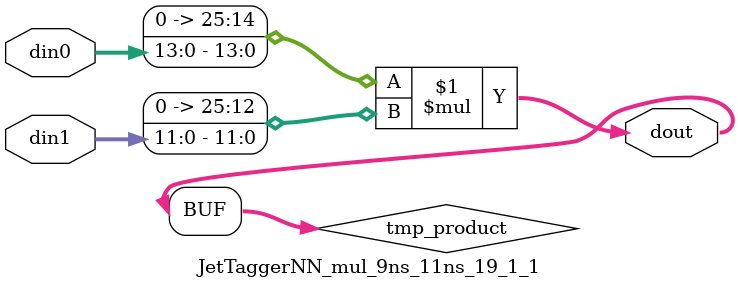
<source format=v>

`timescale 1 ns / 1 ps

  module JetTaggerNN_mul_9ns_11ns_19_1_1(din0, din1, dout);
parameter ID = 1;
parameter NUM_STAGE = 0;
parameter din0_WIDTH = 14;
parameter din1_WIDTH = 12;
parameter dout_WIDTH = 26;

input [din0_WIDTH - 1 : 0] din0; 
input [din1_WIDTH - 1 : 0] din1; 
output [dout_WIDTH - 1 : 0] dout;

wire signed [dout_WIDTH - 1 : 0] tmp_product;










assign tmp_product = $signed({1'b0, din0}) * $signed({1'b0, din1});











assign dout = tmp_product;







endmodule

</source>
